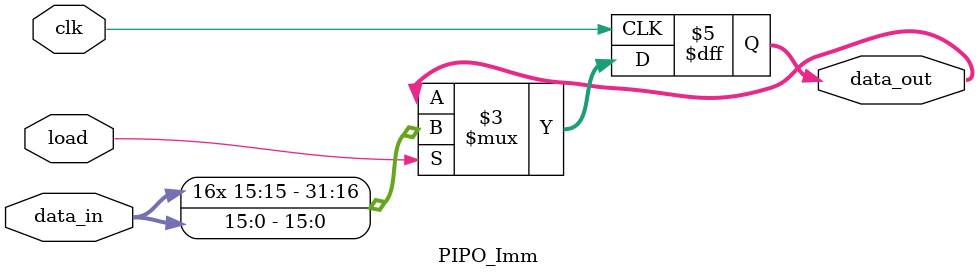
<source format=v>
module PIPO_Imm (data_out, data_in, load, clk);
    input [15 : 0] data_in;
    input load, clk;
    output reg [31 : 0] data_out;

    always @(posedge clk)
    if (load) data_out = {{16{data_in[15]}},data_in[15 : 0]};
endmodule
</source>
